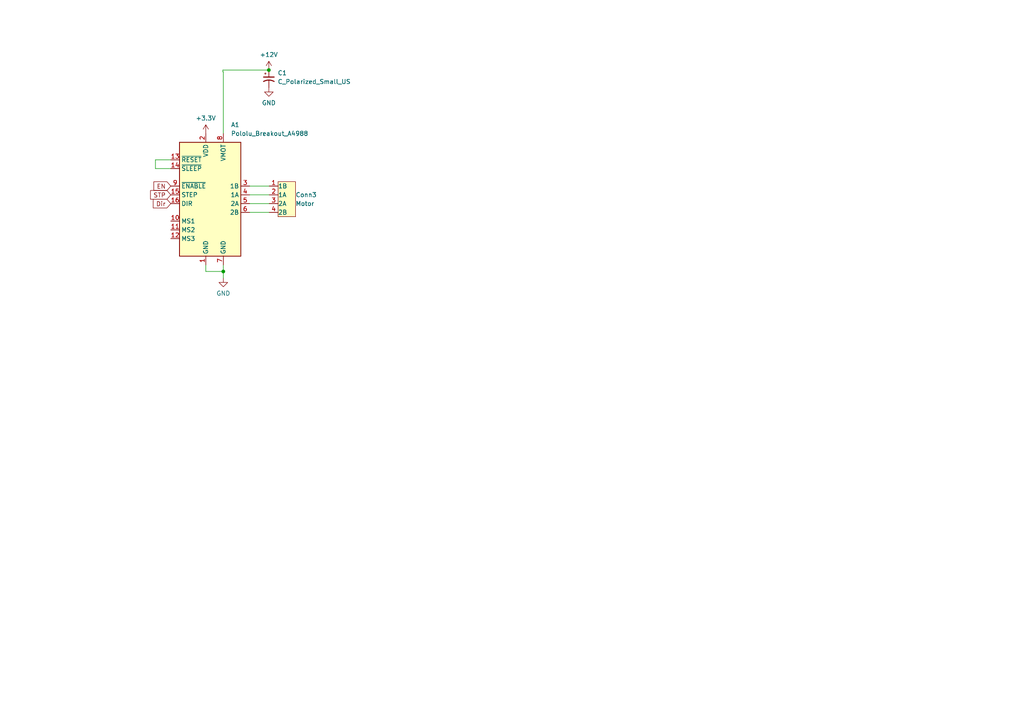
<source format=kicad_sch>
(kicad_sch (version 20230121) (generator eeschema)
  (paper "A4")
  (lib_symbols
    (symbol "Device:C_Polarized_Small_US" (pin_numbers hide) (pin_names (offset 0.254) hide)
      (property "Reference" "C" (at 0.254 1.778 0))
      (property "Value" "C_Polarized_Small_US" (at 0.254 -2.032 0))
      (symbol "C_Polarized_Small_US_0_1"
        (polyline (pts (xy -1.524 0.508) (xy 1.524 0.508)) (stroke (width 0.3048)))
        (polyline (pts (xy -1.27 1.524) (xy -0.762 1.524)))
        (polyline (pts (xy -1.016 1.27) (xy -1.016 1.778)))
        (arc (start 1.524 -0.762) (mid 0 -0.3734) (end -1.524 -0.762) (stroke (width 0.3048)))
      )
      (symbol "C_Polarized_Small_US_1_1"
        (pin passive line (at 0 2.54 270) (length 2.032) (name "~") (number "1"))
        (pin passive line (at 0 -2.54 90) (length 2.032) (name "~") (number "2"))
      )
    )
    (symbol "Driver_Motor:Pololu_Breakout_A4988"
      (property "Reference" "A" (at -2.54 19.05 0))
      (property "Value" "Pololu_Breakout_A4988" (at -2.54 16.51 0))
      (symbol "Pololu_Breakout_A4988_0_1"
        (rectangle (start 10.16 -17.78) (end -7.62 15.24) (stroke (width 0.254)) (fill (type background)))
      )
      (symbol "Pololu_Breakout_A4988_1_1"
        (pin power_in line (at 0 -20.32 90) (length 2.54) (name "GND") (number "1"))
        (pin input line (at -10.16 -7.62 0) (length 2.54) (name "MS1") (number "10"))
        (pin input line (at -10.16 -10.16 0) (length 2.54) (name "MS2") (number "11"))
        (pin input line (at -10.16 -12.7 0) (length 2.54) (name "MS3") (number "12"))
        (pin input line (at -10.16 10.16 0) (length 2.54) (name "~{RESET}") (number "13"))
        (pin input line (at -10.16 7.62 0) (length 2.54) (name "~{SLEEP}") (number "14"))
        (pin input line (at -10.16 0 0) (length 2.54) (name "STEP") (number "15"))
        (pin input line (at -10.16 -2.54 0) (length 2.54) (name "DIR") (number "16"))
        (pin power_in line (at 0 17.78 270) (length 2.54) (name "VDD") (number "2"))
        (pin output line (at 12.7 2.54 180) (length 2.54) (name "1B") (number "3"))
        (pin output line (at 12.7 0 180) (length 2.54) (name "1A") (number "4"))
        (pin output line (at 12.7 -2.54 180) (length 2.54) (name "2A") (number "5"))
        (pin output line (at 12.7 -5.08 180) (length 2.54) (name "2B") (number "6"))
        (pin power_in line (at 5.08 -20.32 90) (length 2.54) (name "GND") (number "7"))
        (pin power_in line (at 5.08 17.78 270) (length 2.54) (name "VMOT") (number "8"))
        (pin input line (at -10.16 2.54 0) (length 2.54) (name "~{ENABLE}") (number "9"))
      )
    )
    (symbol "Scout_library:B4B_VERT_1.5MM" (pin_names (offset 0.002))
      (property "Reference" "Conn3" (at 3.81 -5.08 0))
      (property "Value" "Motor" (at 3.81 -7.62 0))
      (symbol "B4B_VERT_1.5MM_1_1"
        (rectangle (start -1.27 -1.27) (end 3.81 -11.43) (fill (type background)))
        (pin power_out line (at -3.81 -2.54 0) (length 2.54) (name "1B") (number "1"))
        (pin power_out line (at -3.81 -5.08 0) (length 2.54) (name "1A") (number "2"))
        (pin power_out line (at -3.81 -7.62 0) (length 2.54) (name "2A") (number "3"))
        (pin power_out line (at -3.81 -10.16 0) (length 2.54) (name "2B") (number "4"))
      )
    )
    (symbol "power:+12V" (power) (pin_names (offset 0))
      (property "Value" "+12V" (at 0 3.556 0))
      (symbol "+12V_0_1"
        (polyline (pts (xy -0.762 1.27) (xy 0 2.54)))
        (polyline (pts (xy 0 0) (xy 0 2.54)))
        (polyline (pts (xy 0 2.54) (xy 0.762 1.27)))
      )
      (symbol "+12V_1_1"
        (pin power_in line (at 0 0 90) (length 0) hide (name "+12V") (number "1"))
      )
    )
    (symbol "power:+3.3V" (power) (pin_names (offset 0))
      (property "Value" "+3.3V" (at 0 3.556 0))
      (symbol "+3.3V_0_1"
        (polyline (pts (xy -0.762 1.27) (xy 0 2.54)))
        (polyline (pts (xy 0 0) (xy 0 2.54)))
        (polyline (pts (xy 0 2.54) (xy 0.762 1.27)))
      )
      (symbol "+3.3V_1_1"
        (pin power_in line (at 0 0 90) (length 0) hide (name "+3.3V") (number "1"))
      )
    )
    (symbol "power:GND" (power) (pin_names (offset 0))
      (property "Value" "GND" (at 0 -3.81 0))
      (symbol "GND_0_1"
        (polyline (pts (xy 0 0) (xy 0 -1.27) (xy 1.27 -1.27) (xy 0 -2.54) (xy -1.27 -1.27) (xy 0 -1.27)))
      )
      (symbol "GND_1_1"
        (pin power_in line (at 0 0 270) (length 0) hide (name "GND") (number "1"))
      )
    )
  )
  (junction (at 77.978 20.32))
  (junction (at 64.77 78.74))
  (wire (pts (xy 64.77 78.74) (xy 64.77 76.835)))
  (wire (pts (xy 64.643 20.828) (xy 64.77 20.828)))
  (wire (pts (xy 78.105 59.055) (xy 72.39 59.055)))
  (wire (pts (xy 49.53 48.895) (xy 45.085 48.895)))
  (wire (pts (xy 45.085 46.355) (xy 49.53 46.355)))
  (wire (pts (xy 64.643 20.828) (xy 64.643 20.32)))
  (wire (pts (xy 45.085 48.895) (xy 45.085 46.355)))
  (wire (pts (xy 78.105 53.975) (xy 72.39 53.975)))
  (wire (pts (xy 78.105 56.515) (xy 72.39 56.515)))
  (wire (pts (xy 64.643 20.32) (xy 77.978 20.32)))
  (wire (pts (xy 59.69 76.835) (xy 59.69 78.74)))
  (wire (pts (xy 64.77 20.828) (xy 64.77 38.735)))
  (wire (pts (xy 64.77 80.645) (xy 64.77 78.74)))
  (wire (pts (xy 59.69 78.74) (xy 64.77 78.74)))
  (wire (pts (xy 78.105 61.595) (xy 72.39 61.595)))
  (global_label "EN" (shape input) (at 49.53 53.975 180) (property "Intersheetrefs" "${INTERSHEET_REFS}" (effects hide)))
  (global_label "Dir" (shape input) (at 49.53 59.055 180) (property "Intersheetrefs" "${INTERSHEET_REFS}" (effects hide)))
  (global_label "STP" (shape input) (at 49.53 56.515 180) (property "Intersheetrefs" "${INTERSHEET_REFS}" (effects hide)))
  (symbol (lib_id "power:GND") (at 77.978 25.4 0) (unit 1)
    (property "Reference" "#PWR030" (effects hide))
    (property "Value" "GND" (at 77.978 29.845 0))
  )
  (symbol (lib_id "power:GND") (at 64.77 80.645 0) (unit 1)
    (property "Reference" "#PWR028" (effects hide))
    (property "Value" "GND" (at 64.77 85.09 0))
  )
  (symbol (lib_id "Scout_library:B4B_VERT_1.5MM") (at 81.915 51.435 0) (unit 1)
    (property "Reference" "Conn3" (at 85.725 56.515 0) (effects (justify left)))
    (property "Value" "Motor" (at 85.725 59.055 0) (effects (justify left)))
    (property "Datasheet" "https://www.jst-mfg.com/product/pdf/eng/eZH.pdf" (effects hide))
    (property "Website" "https://www.digikey.com/en/products/detail/jst-sales-america-inc/B4B-ZR/926566" (effects hide))
  )
  (symbol (lib_id "power:+12V") (at 77.978 20.32 0) (unit 1)
    (property "Reference" "#PWR029" (effects hide))
    (property "Value" "+12V" (at 77.978 15.875 0))
  )
  (symbol (lib_id "Device:C_Polarized_Small_US") (at 77.978 22.86 0) (unit 1)
    (property "Reference" "C1" (at 80.518 21.1582 0) (effects (justify left)))
    (property "Value" "C_Polarized_Small_US" (at 80.518 23.6982 0) (effects (justify left)))
  )
  (symbol (lib_id "Driver_Motor:Pololu_Breakout_A4988") (at 59.69 56.515 0) (unit 1)
    (property "Reference" "A1" (at 66.9641 36.195 0) (effects (justify left)))
    (property "Value" "Pololu_Breakout_A4988" (at 66.9641 38.735 0) (effects (justify left)))
    (property "Footprint" "Module:Pololu_Breakout-16_15.2x20.3mm" (effects hide))
    (property "Datasheet" "https://www.pololu.com/product/2980/pictures" (effects hide))
  )
  (symbol (lib_id "power:+3.3V") (at 59.69 38.735 0) (unit 1)
    (property "Reference" "#PWR012" (effects hide))
    (property "Value" "+3.3V" (at 59.69 34.29 0))
  )
)
</source>
